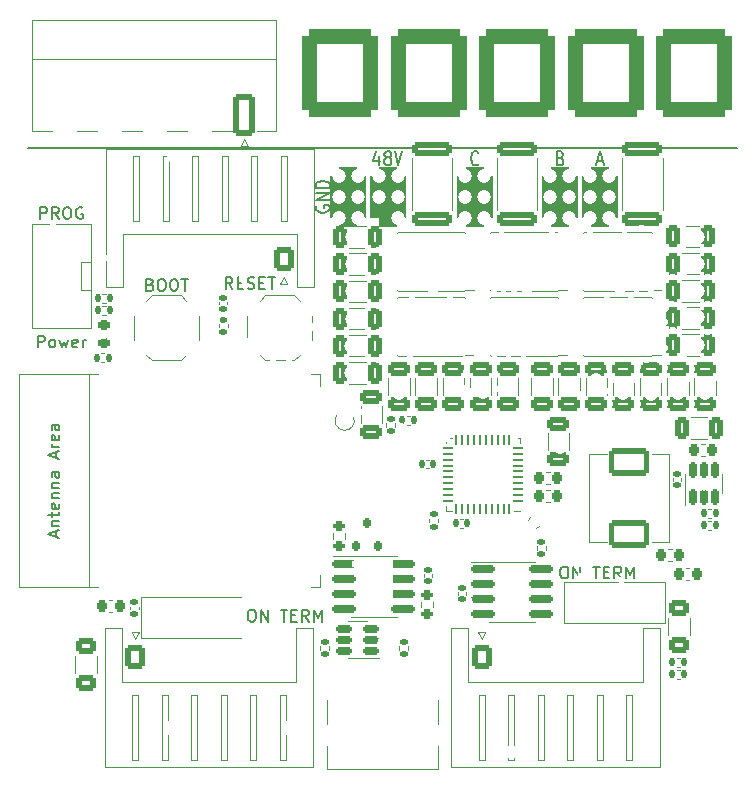
<source format=gbr>
%TF.GenerationSoftware,KiCad,Pcbnew,(6.0.7)*%
%TF.CreationDate,2023-02-02T22:14:04+01:00*%
%TF.ProjectId,bldc,626c6463-2e6b-4696-9361-645f70636258,rev?*%
%TF.SameCoordinates,Original*%
%TF.FileFunction,Legend,Top*%
%TF.FilePolarity,Positive*%
%FSLAX46Y46*%
G04 Gerber Fmt 4.6, Leading zero omitted, Abs format (unit mm)*
G04 Created by KiCad (PCBNEW (6.0.7)) date 2023-02-02 22:14:04*
%MOMM*%
%LPD*%
G01*
G04 APERTURE LIST*
G04 Aperture macros list*
%AMRoundRect*
0 Rectangle with rounded corners*
0 $1 Rounding radius*
0 $2 $3 $4 $5 $6 $7 $8 $9 X,Y pos of 4 corners*
0 Add a 4 corners polygon primitive as box body*
4,1,4,$2,$3,$4,$5,$6,$7,$8,$9,$2,$3,0*
0 Add four circle primitives for the rounded corners*
1,1,$1+$1,$2,$3*
1,1,$1+$1,$4,$5*
1,1,$1+$1,$6,$7*
1,1,$1+$1,$8,$9*
0 Add four rect primitives between the rounded corners*
20,1,$1+$1,$2,$3,$4,$5,0*
20,1,$1+$1,$4,$5,$6,$7,0*
20,1,$1+$1,$6,$7,$8,$9,0*
20,1,$1+$1,$8,$9,$2,$3,0*%
G04 Aperture macros list end*
%ADD10C,0.150000*%
%ADD11C,0.200000*%
%ADD12C,0.120000*%
%ADD13R,0.900000X1.850000*%
%ADD14R,0.650000X1.151000*%
%ADD15R,1.000000X1.350000*%
%ADD16R,0.650000X1.350000*%
%ADD17RoundRect,0.175000X0.175000X-0.275000X0.175000X0.275000X-0.175000X0.275000X-0.175000X-0.275000X0*%
%ADD18RoundRect,0.250000X-0.650000X0.325000X-0.650000X-0.325000X0.650000X-0.325000X0.650000X0.325000X0*%
%ADD19RoundRect,0.250000X1.425000X-0.362500X1.425000X0.362500X-1.425000X0.362500X-1.425000X-0.362500X0*%
%ADD20RoundRect,0.650000X2.600000X3.100000X-2.600000X3.100000X-2.600000X-3.100000X2.600000X-3.100000X0*%
%ADD21RoundRect,0.225000X-0.225000X-0.250000X0.225000X-0.250000X0.225000X0.250000X-0.225000X0.250000X0*%
%ADD22RoundRect,0.250000X0.325000X0.650000X-0.325000X0.650000X-0.325000X-0.650000X0.325000X-0.650000X0*%
%ADD23RoundRect,0.135000X-0.135000X-0.185000X0.135000X-0.185000X0.135000X0.185000X-0.135000X0.185000X0*%
%ADD24RoundRect,0.140000X0.170000X-0.140000X0.170000X0.140000X-0.170000X0.140000X-0.170000X-0.140000X0*%
%ADD25RoundRect,0.250000X0.625000X-0.400000X0.625000X0.400000X-0.625000X0.400000X-0.625000X-0.400000X0*%
%ADD26C,3.200000*%
%ADD27O,1.400000X1.800000*%
%ADD28RoundRect,0.250000X-0.325000X-0.650000X0.325000X-0.650000X0.325000X0.650000X-0.325000X0.650000X0*%
%ADD29RoundRect,0.250000X-0.625000X0.400000X-0.625000X-0.400000X0.625000X-0.400000X0.625000X0.400000X0*%
%ADD30RoundRect,0.200000X-0.275000X0.200000X-0.275000X-0.200000X0.275000X-0.200000X0.275000X0.200000X0*%
%ADD31RoundRect,0.200000X0.275000X-0.200000X0.275000X0.200000X-0.275000X0.200000X-0.275000X-0.200000X0*%
%ADD32R,1.000000X1.000000*%
%ADD33O,1.000000X1.000000*%
%ADD34O,1.000000X2.100000*%
%ADD35O,1.000000X1.600000*%
%ADD36R,0.600000X1.450000*%
%ADD37R,0.300000X1.450000*%
%ADD38C,0.650000*%
%ADD39RoundRect,0.135000X-0.185000X0.135000X-0.185000X-0.135000X0.185000X-0.135000X0.185000X0.135000X0*%
%ADD40RoundRect,0.225000X0.225000X0.250000X-0.225000X0.250000X-0.225000X-0.250000X0.225000X-0.250000X0*%
%ADD41RoundRect,0.235000X-1.465000X0.940000X-1.465000X-0.940000X1.465000X-0.940000X1.465000X0.940000X0*%
%ADD42RoundRect,0.150000X0.150000X-0.512500X0.150000X0.512500X-0.150000X0.512500X-0.150000X-0.512500X0*%
%ADD43RoundRect,0.135000X0.185000X-0.135000X0.185000X0.135000X-0.185000X0.135000X-0.185000X-0.135000X0*%
%ADD44RoundRect,0.140000X0.140000X0.170000X-0.140000X0.170000X-0.140000X-0.170000X0.140000X-0.170000X0*%
%ADD45RoundRect,0.135000X0.135000X0.185000X-0.135000X0.185000X-0.135000X-0.185000X0.135000X-0.185000X0*%
%ADD46RoundRect,0.750000X-0.750000X-1.750000X0.750000X-1.750000X0.750000X1.750000X-0.750000X1.750000X0*%
%ADD47RoundRect,0.250000X0.650000X1.550000X-0.650000X1.550000X-0.650000X-1.550000X0.650000X-1.550000X0*%
%ADD48O,1.800000X3.600000*%
%ADD49C,1.400000*%
%ADD50O,1.400000X1.400000*%
%ADD51RoundRect,0.150000X-0.825000X-0.150000X0.825000X-0.150000X0.825000X0.150000X-0.825000X0.150000X0*%
%ADD52RoundRect,0.140000X-0.170000X0.140000X-0.170000X-0.140000X0.170000X-0.140000X0.170000X0.140000X0*%
%ADD53RoundRect,0.250000X0.600000X0.725000X-0.600000X0.725000X-0.600000X-0.725000X0.600000X-0.725000X0*%
%ADD54O,1.700000X1.950000*%
%ADD55R,0.900000X1.500000*%
%ADD56R,1.500000X0.900000*%
%ADD57R,0.900000X0.900000*%
%ADD58RoundRect,0.225000X-0.017678X0.335876X-0.335876X0.017678X0.017678X-0.335876X0.335876X-0.017678X0*%
%ADD59RoundRect,0.750000X0.750000X1.750000X-0.750000X1.750000X-0.750000X-1.750000X0.750000X-1.750000X0*%
%ADD60RoundRect,0.250000X-0.600000X-0.725000X0.600000X-0.725000X0.600000X0.725000X-0.600000X0.725000X0*%
%ADD61RoundRect,0.150000X0.512500X0.150000X-0.512500X0.150000X-0.512500X-0.150000X0.512500X-0.150000X0*%
%ADD62R,1.700000X1.000000*%
%ADD63RoundRect,0.218750X0.256250X-0.218750X0.256250X0.218750X-0.256250X0.218750X-0.256250X-0.218750X0*%
%ADD64R,4.150000X4.150000*%
%ADD65RoundRect,0.062500X0.062500X0.375000X-0.062500X0.375000X-0.062500X-0.375000X0.062500X-0.375000X0*%
%ADD66RoundRect,0.062500X0.375000X0.062500X-0.375000X0.062500X-0.375000X-0.062500X0.375000X-0.062500X0*%
%ADD67C,1.000000*%
%ADD68C,0.600000*%
%ADD69C,1.200000*%
%ADD70C,0.800000*%
G04 APERTURE END LIST*
D10*
X90000000Y-99900000D02*
X150000000Y-99900000D01*
D11*
X138161904Y-101000000D02*
X138638095Y-101000000D01*
X138066666Y-101342857D02*
X138400000Y-100142857D01*
X138733333Y-101342857D01*
X128109523Y-101228571D02*
X128061904Y-101285714D01*
X127919047Y-101342857D01*
X127823809Y-101342857D01*
X127680952Y-101285714D01*
X127585714Y-101171428D01*
X127538095Y-101057142D01*
X127490476Y-100828571D01*
X127490476Y-100657142D01*
X127538095Y-100428571D01*
X127585714Y-100314285D01*
X127680952Y-100200000D01*
X127823809Y-100142857D01*
X127919047Y-100142857D01*
X128061904Y-100200000D01*
X128109523Y-100257142D01*
X119685714Y-100542857D02*
X119685714Y-101342857D01*
X119447619Y-100085714D02*
X119209523Y-100942857D01*
X119828571Y-100942857D01*
X120352380Y-100657142D02*
X120257142Y-100600000D01*
X120209523Y-100542857D01*
X120161904Y-100428571D01*
X120161904Y-100371428D01*
X120209523Y-100257142D01*
X120257142Y-100200000D01*
X120352380Y-100142857D01*
X120542857Y-100142857D01*
X120638095Y-100200000D01*
X120685714Y-100257142D01*
X120733333Y-100371428D01*
X120733333Y-100428571D01*
X120685714Y-100542857D01*
X120638095Y-100600000D01*
X120542857Y-100657142D01*
X120352380Y-100657142D01*
X120257142Y-100714285D01*
X120209523Y-100771428D01*
X120161904Y-100885714D01*
X120161904Y-101114285D01*
X120209523Y-101228571D01*
X120257142Y-101285714D01*
X120352380Y-101342857D01*
X120542857Y-101342857D01*
X120638095Y-101285714D01*
X120685714Y-101228571D01*
X120733333Y-101114285D01*
X120733333Y-100885714D01*
X120685714Y-100771428D01*
X120638095Y-100714285D01*
X120542857Y-100657142D01*
X121019047Y-100142857D02*
X121352380Y-101342857D01*
X121685714Y-100142857D01*
X135071428Y-100714285D02*
X135214285Y-100771428D01*
X135261904Y-100828571D01*
X135309523Y-100942857D01*
X135309523Y-101114285D01*
X135261904Y-101228571D01*
X135214285Y-101285714D01*
X135119047Y-101342857D01*
X134738095Y-101342857D01*
X134738095Y-100142857D01*
X135071428Y-100142857D01*
X135166666Y-100200000D01*
X135214285Y-100257142D01*
X135261904Y-100371428D01*
X135261904Y-100485714D01*
X135214285Y-100600000D01*
X135166666Y-100657142D01*
X135071428Y-100714285D01*
X134738095Y-100714285D01*
X114400000Y-104761904D02*
X114342857Y-104857142D01*
X114342857Y-105000000D01*
X114400000Y-105142857D01*
X114514285Y-105238095D01*
X114628571Y-105285714D01*
X114857142Y-105333333D01*
X115028571Y-105333333D01*
X115257142Y-105285714D01*
X115371428Y-105238095D01*
X115485714Y-105142857D01*
X115542857Y-105000000D01*
X115542857Y-104904761D01*
X115485714Y-104761904D01*
X115428571Y-104714285D01*
X115028571Y-104714285D01*
X115028571Y-104904761D01*
X115542857Y-104285714D02*
X114342857Y-104285714D01*
X115542857Y-103714285D01*
X114342857Y-103714285D01*
X115542857Y-103238095D02*
X114342857Y-103238095D01*
X114342857Y-103000000D01*
X114400000Y-102857142D01*
X114514285Y-102761904D01*
X114628571Y-102714285D01*
X114857142Y-102666666D01*
X115028571Y-102666666D01*
X115257142Y-102714285D01*
X115371428Y-102761904D01*
X115485714Y-102857142D01*
X115542857Y-103000000D01*
X115542857Y-103238095D01*
D10*
%TO.C,SW1*%
X135295238Y-135302380D02*
X135485714Y-135302380D01*
X135580952Y-135350000D01*
X135676190Y-135445238D01*
X135723809Y-135635714D01*
X135723809Y-135969047D01*
X135676190Y-136159523D01*
X135580952Y-136254761D01*
X135485714Y-136302380D01*
X135295238Y-136302380D01*
X135200000Y-136254761D01*
X135104761Y-136159523D01*
X135057142Y-135969047D01*
X135057142Y-135635714D01*
X135104761Y-135445238D01*
X135200000Y-135350000D01*
X135295238Y-135302380D01*
X136152380Y-136302380D02*
X136152380Y-135302380D01*
X136723809Y-136302380D01*
X136723809Y-135302380D01*
X137819047Y-135302380D02*
X138390476Y-135302380D01*
X138104761Y-136302380D02*
X138104761Y-135302380D01*
X138723809Y-135778571D02*
X139057142Y-135778571D01*
X139200000Y-136302380D02*
X138723809Y-136302380D01*
X138723809Y-135302380D01*
X139200000Y-135302380D01*
X140200000Y-136302380D02*
X139866666Y-135826190D01*
X139628571Y-136302380D02*
X139628571Y-135302380D01*
X140009523Y-135302380D01*
X140104761Y-135350000D01*
X140152380Y-135397619D01*
X140200000Y-135492857D01*
X140200000Y-135635714D01*
X140152380Y-135730952D01*
X140104761Y-135778571D01*
X140009523Y-135826190D01*
X139628571Y-135826190D01*
X140628571Y-136302380D02*
X140628571Y-135302380D01*
X140961904Y-136016666D01*
X141295238Y-135302380D01*
X141295238Y-136302380D01*
%TO.C,J7*%
X91014285Y-105852380D02*
X91014285Y-104852380D01*
X91395238Y-104852380D01*
X91490476Y-104900000D01*
X91538095Y-104947619D01*
X91585714Y-105042857D01*
X91585714Y-105185714D01*
X91538095Y-105280952D01*
X91490476Y-105328571D01*
X91395238Y-105376190D01*
X91014285Y-105376190D01*
X92585714Y-105852380D02*
X92252380Y-105376190D01*
X92014285Y-105852380D02*
X92014285Y-104852380D01*
X92395238Y-104852380D01*
X92490476Y-104900000D01*
X92538095Y-104947619D01*
X92585714Y-105042857D01*
X92585714Y-105185714D01*
X92538095Y-105280952D01*
X92490476Y-105328571D01*
X92395238Y-105376190D01*
X92014285Y-105376190D01*
X93204761Y-104852380D02*
X93395238Y-104852380D01*
X93490476Y-104900000D01*
X93585714Y-104995238D01*
X93633333Y-105185714D01*
X93633333Y-105519047D01*
X93585714Y-105709523D01*
X93490476Y-105804761D01*
X93395238Y-105852380D01*
X93204761Y-105852380D01*
X93109523Y-105804761D01*
X93014285Y-105709523D01*
X92966666Y-105519047D01*
X92966666Y-105185714D01*
X93014285Y-104995238D01*
X93109523Y-104900000D01*
X93204761Y-104852380D01*
X94585714Y-104900000D02*
X94490476Y-104852380D01*
X94347619Y-104852380D01*
X94204761Y-104900000D01*
X94109523Y-104995238D01*
X94061904Y-105090476D01*
X94014285Y-105280952D01*
X94014285Y-105423809D01*
X94061904Y-105614285D01*
X94109523Y-105709523D01*
X94204761Y-105804761D01*
X94347619Y-105852380D01*
X94442857Y-105852380D01*
X94585714Y-105804761D01*
X94633333Y-105757142D01*
X94633333Y-105423809D01*
X94442857Y-105423809D01*
%TO.C,SW3*%
X108845238Y-138952380D02*
X109035714Y-138952380D01*
X109130952Y-139000000D01*
X109226190Y-139095238D01*
X109273809Y-139285714D01*
X109273809Y-139619047D01*
X109226190Y-139809523D01*
X109130952Y-139904761D01*
X109035714Y-139952380D01*
X108845238Y-139952380D01*
X108750000Y-139904761D01*
X108654761Y-139809523D01*
X108607142Y-139619047D01*
X108607142Y-139285714D01*
X108654761Y-139095238D01*
X108750000Y-139000000D01*
X108845238Y-138952380D01*
X109702380Y-139952380D02*
X109702380Y-138952380D01*
X110273809Y-139952380D01*
X110273809Y-138952380D01*
X111369047Y-138952380D02*
X111940476Y-138952380D01*
X111654761Y-139952380D02*
X111654761Y-138952380D01*
X112273809Y-139428571D02*
X112607142Y-139428571D01*
X112750000Y-139952380D02*
X112273809Y-139952380D01*
X112273809Y-138952380D01*
X112750000Y-138952380D01*
X113750000Y-139952380D02*
X113416666Y-139476190D01*
X113178571Y-139952380D02*
X113178571Y-138952380D01*
X113559523Y-138952380D01*
X113654761Y-139000000D01*
X113702380Y-139047619D01*
X113750000Y-139142857D01*
X113750000Y-139285714D01*
X113702380Y-139380952D01*
X113654761Y-139428571D01*
X113559523Y-139476190D01*
X113178571Y-139476190D01*
X114178571Y-139952380D02*
X114178571Y-138952380D01*
X114511904Y-139666666D01*
X114845238Y-138952380D01*
X114845238Y-139952380D01*
%TO.C,U2*%
X92366666Y-132761904D02*
X92366666Y-132285714D01*
X92652380Y-132857142D02*
X91652380Y-132523809D01*
X92652380Y-132190476D01*
X91985714Y-131857142D02*
X92652380Y-131857142D01*
X92080952Y-131857142D02*
X92033333Y-131809523D01*
X91985714Y-131714285D01*
X91985714Y-131571428D01*
X92033333Y-131476190D01*
X92128571Y-131428571D01*
X92652380Y-131428571D01*
X91985714Y-131095238D02*
X91985714Y-130714285D01*
X91652380Y-130952380D02*
X92509523Y-130952380D01*
X92604761Y-130904761D01*
X92652380Y-130809523D01*
X92652380Y-130714285D01*
X92604761Y-130000000D02*
X92652380Y-130095238D01*
X92652380Y-130285714D01*
X92604761Y-130380952D01*
X92509523Y-130428571D01*
X92128571Y-130428571D01*
X92033333Y-130380952D01*
X91985714Y-130285714D01*
X91985714Y-130095238D01*
X92033333Y-130000000D01*
X92128571Y-129952380D01*
X92223809Y-129952380D01*
X92319047Y-130428571D01*
X91985714Y-129523809D02*
X92652380Y-129523809D01*
X92080952Y-129523809D02*
X92033333Y-129476190D01*
X91985714Y-129380952D01*
X91985714Y-129238095D01*
X92033333Y-129142857D01*
X92128571Y-129095238D01*
X92652380Y-129095238D01*
X91985714Y-128619047D02*
X92652380Y-128619047D01*
X92080952Y-128619047D02*
X92033333Y-128571428D01*
X91985714Y-128476190D01*
X91985714Y-128333333D01*
X92033333Y-128238095D01*
X92128571Y-128190476D01*
X92652380Y-128190476D01*
X92652380Y-127285714D02*
X92128571Y-127285714D01*
X92033333Y-127333333D01*
X91985714Y-127428571D01*
X91985714Y-127619047D01*
X92033333Y-127714285D01*
X92604761Y-127285714D02*
X92652380Y-127380952D01*
X92652380Y-127619047D01*
X92604761Y-127714285D01*
X92509523Y-127761904D01*
X92414285Y-127761904D01*
X92319047Y-127714285D01*
X92271428Y-127619047D01*
X92271428Y-127380952D01*
X92223809Y-127285714D01*
X92366666Y-126095238D02*
X92366666Y-125619047D01*
X92652380Y-126190476D02*
X91652380Y-125857142D01*
X92652380Y-125523809D01*
X92652380Y-125190476D02*
X91985714Y-125190476D01*
X92176190Y-125190476D02*
X92080952Y-125142857D01*
X92033333Y-125095238D01*
X91985714Y-125000000D01*
X91985714Y-124904761D01*
X92604761Y-124190476D02*
X92652380Y-124285714D01*
X92652380Y-124476190D01*
X92604761Y-124571428D01*
X92509523Y-124619047D01*
X92128571Y-124619047D01*
X92033333Y-124571428D01*
X91985714Y-124476190D01*
X91985714Y-124285714D01*
X92033333Y-124190476D01*
X92128571Y-124142857D01*
X92223809Y-124142857D01*
X92319047Y-124619047D01*
X92652380Y-123285714D02*
X92128571Y-123285714D01*
X92033333Y-123333333D01*
X91985714Y-123428571D01*
X91985714Y-123619047D01*
X92033333Y-123714285D01*
X92604761Y-123285714D02*
X92652380Y-123380952D01*
X92652380Y-123619047D01*
X92604761Y-123714285D01*
X92509523Y-123761904D01*
X92414285Y-123761904D01*
X92319047Y-123714285D01*
X92271428Y-123619047D01*
X92271428Y-123380952D01*
X92223809Y-123285714D01*
%TO.C,SW2*%
X107297619Y-111802380D02*
X106964285Y-111326190D01*
X106726190Y-111802380D02*
X106726190Y-110802380D01*
X107107142Y-110802380D01*
X107202380Y-110850000D01*
X107250000Y-110897619D01*
X107297619Y-110992857D01*
X107297619Y-111135714D01*
X107250000Y-111230952D01*
X107202380Y-111278571D01*
X107107142Y-111326190D01*
X106726190Y-111326190D01*
X107726190Y-111278571D02*
X108059523Y-111278571D01*
X108202380Y-111802380D02*
X107726190Y-111802380D01*
X107726190Y-110802380D01*
X108202380Y-110802380D01*
X108583333Y-111754761D02*
X108726190Y-111802380D01*
X108964285Y-111802380D01*
X109059523Y-111754761D01*
X109107142Y-111707142D01*
X109154761Y-111611904D01*
X109154761Y-111516666D01*
X109107142Y-111421428D01*
X109059523Y-111373809D01*
X108964285Y-111326190D01*
X108773809Y-111278571D01*
X108678571Y-111230952D01*
X108630952Y-111183333D01*
X108583333Y-111088095D01*
X108583333Y-110992857D01*
X108630952Y-110897619D01*
X108678571Y-110850000D01*
X108773809Y-110802380D01*
X109011904Y-110802380D01*
X109154761Y-110850000D01*
X109583333Y-111278571D02*
X109916666Y-111278571D01*
X110059523Y-111802380D02*
X109583333Y-111802380D01*
X109583333Y-110802380D01*
X110059523Y-110802380D01*
X110345238Y-110802380D02*
X110916666Y-110802380D01*
X110630952Y-111802380D02*
X110630952Y-110802380D01*
%TO.C,SW4*%
X100342857Y-111428571D02*
X100485714Y-111476190D01*
X100533333Y-111523809D01*
X100580952Y-111619047D01*
X100580952Y-111761904D01*
X100533333Y-111857142D01*
X100485714Y-111904761D01*
X100390476Y-111952380D01*
X100009523Y-111952380D01*
X100009523Y-110952380D01*
X100342857Y-110952380D01*
X100438095Y-111000000D01*
X100485714Y-111047619D01*
X100533333Y-111142857D01*
X100533333Y-111238095D01*
X100485714Y-111333333D01*
X100438095Y-111380952D01*
X100342857Y-111428571D01*
X100009523Y-111428571D01*
X101200000Y-110952380D02*
X101390476Y-110952380D01*
X101485714Y-111000000D01*
X101580952Y-111095238D01*
X101628571Y-111285714D01*
X101628571Y-111619047D01*
X101580952Y-111809523D01*
X101485714Y-111904761D01*
X101390476Y-111952380D01*
X101200000Y-111952380D01*
X101104761Y-111904761D01*
X101009523Y-111809523D01*
X100961904Y-111619047D01*
X100961904Y-111285714D01*
X101009523Y-111095238D01*
X101104761Y-111000000D01*
X101200000Y-110952380D01*
X102247619Y-110952380D02*
X102438095Y-110952380D01*
X102533333Y-111000000D01*
X102628571Y-111095238D01*
X102676190Y-111285714D01*
X102676190Y-111619047D01*
X102628571Y-111809523D01*
X102533333Y-111904761D01*
X102438095Y-111952380D01*
X102247619Y-111952380D01*
X102152380Y-111904761D01*
X102057142Y-111809523D01*
X102009523Y-111619047D01*
X102009523Y-111285714D01*
X102057142Y-111095238D01*
X102152380Y-111000000D01*
X102247619Y-110952380D01*
X102961904Y-110952380D02*
X103533333Y-110952380D01*
X103247619Y-111952380D02*
X103247619Y-110952380D01*
%TO.C,D7*%
X90823809Y-116752380D02*
X90823809Y-115752380D01*
X91204761Y-115752380D01*
X91300000Y-115800000D01*
X91347619Y-115847619D01*
X91395238Y-115942857D01*
X91395238Y-116085714D01*
X91347619Y-116180952D01*
X91300000Y-116228571D01*
X91204761Y-116276190D01*
X90823809Y-116276190D01*
X91966666Y-116752380D02*
X91871428Y-116704761D01*
X91823809Y-116657142D01*
X91776190Y-116561904D01*
X91776190Y-116276190D01*
X91823809Y-116180952D01*
X91871428Y-116133333D01*
X91966666Y-116085714D01*
X92109523Y-116085714D01*
X92204761Y-116133333D01*
X92252380Y-116180952D01*
X92300000Y-116276190D01*
X92300000Y-116561904D01*
X92252380Y-116657142D01*
X92204761Y-116704761D01*
X92109523Y-116752380D01*
X91966666Y-116752380D01*
X92633333Y-116085714D02*
X92823809Y-116752380D01*
X93014285Y-116276190D01*
X93204761Y-116752380D01*
X93395238Y-116085714D01*
X94157142Y-116704761D02*
X94061904Y-116752380D01*
X93871428Y-116752380D01*
X93776190Y-116704761D01*
X93728571Y-116609523D01*
X93728571Y-116228571D01*
X93776190Y-116133333D01*
X93871428Y-116085714D01*
X94061904Y-116085714D01*
X94157142Y-116133333D01*
X94204761Y-116228571D01*
X94204761Y-116323809D01*
X93728571Y-116419047D01*
X94633333Y-116752380D02*
X94633333Y-116085714D01*
X94633333Y-116276190D02*
X94680952Y-116180952D01*
X94728571Y-116133333D01*
X94823809Y-116085714D01*
X94919047Y-116085714D01*
D12*
%TO.C,Q3*%
X135650000Y-117350000D02*
X134900000Y-117350000D01*
X129100000Y-112550000D02*
X129200000Y-112450000D01*
X129200000Y-112450000D02*
X134800000Y-112450000D01*
X134800000Y-117450000D02*
X129200000Y-117450000D01*
X129200000Y-117450000D02*
X129100000Y-117350000D01*
X134800000Y-112450000D02*
X134900000Y-112550000D01*
X134900000Y-117350000D02*
X134800000Y-117450000D01*
%TO.C,Q6*%
X126900000Y-106950000D02*
X127000000Y-107050000D01*
X121300000Y-111950000D02*
X121200000Y-111850000D01*
X126900000Y-111950000D02*
X121300000Y-111950000D01*
X127750000Y-111850000D02*
X127000000Y-111850000D01*
X121200000Y-107050000D02*
X121300000Y-106950000D01*
X127000000Y-111850000D02*
X126900000Y-111950000D01*
X121300000Y-106950000D02*
X126900000Y-106950000D01*
%TO.C,Q2*%
X137100000Y-106950000D02*
X142700000Y-106950000D01*
X137100000Y-111950000D02*
X137000000Y-111850000D01*
X142700000Y-106950000D02*
X142800000Y-107050000D01*
X143550000Y-111850000D02*
X142800000Y-111850000D01*
X142700000Y-111950000D02*
X137100000Y-111950000D01*
X142800000Y-111850000D02*
X142700000Y-111950000D01*
X137000000Y-107050000D02*
X137100000Y-106950000D01*
%TO.C,Q5*%
X126900000Y-112450000D02*
X127000000Y-112550000D01*
X121300000Y-117450000D02*
X121200000Y-117350000D01*
X127750000Y-117350000D02*
X127000000Y-117350000D01*
X126900000Y-117450000D02*
X121300000Y-117450000D01*
X127000000Y-117350000D02*
X126900000Y-117450000D01*
X121200000Y-112550000D02*
X121300000Y-112450000D01*
X121300000Y-112450000D02*
X126900000Y-112450000D01*
%TO.C,Q4*%
X134900000Y-111850000D02*
X134800000Y-111950000D01*
X129200000Y-111950000D02*
X129100000Y-111850000D01*
X134800000Y-106950000D02*
X134900000Y-107050000D01*
X129100000Y-107050000D02*
X129200000Y-106950000D01*
X129200000Y-106950000D02*
X134800000Y-106950000D01*
X135650000Y-111850000D02*
X134900000Y-111850000D01*
X134800000Y-111950000D02*
X129200000Y-111950000D01*
%TO.C,Q1*%
X142800000Y-117350000D02*
X142700000Y-117450000D01*
X143550000Y-117350000D02*
X142800000Y-117350000D01*
X142700000Y-117450000D02*
X137100000Y-117450000D01*
X142700000Y-112450000D02*
X142800000Y-112550000D01*
X137100000Y-112450000D02*
X142700000Y-112450000D01*
X137100000Y-117450000D02*
X137000000Y-117350000D01*
X137000000Y-112550000D02*
X137100000Y-112450000D01*
%TO.C,C16*%
X118140000Y-121688748D02*
X118140000Y-123111252D01*
X119960000Y-121688748D02*
X119960000Y-123111252D01*
%TO.C,R2*%
X133110000Y-105077064D02*
X133110000Y-100722936D01*
X129690000Y-105077064D02*
X129690000Y-100722936D01*
%TO.C,C15*%
X120490000Y-119338748D02*
X120490000Y-120761252D01*
X122310000Y-119338748D02*
X122310000Y-120761252D01*
%TO.C,C21*%
X133859420Y-127290000D02*
X134140580Y-127290000D01*
X133859420Y-128310000D02*
X134140580Y-128310000D01*
%TO.C,C3*%
X118611252Y-117510000D02*
X117188748Y-117510000D01*
X118611252Y-115690000D02*
X117188748Y-115690000D01*
%TO.C,R6*%
X147546359Y-131420000D02*
X147853641Y-131420000D01*
X147546359Y-132180000D02*
X147853641Y-132180000D01*
%TO.C,C35*%
X124210000Y-136157836D02*
X124210000Y-135942164D01*
X123490000Y-136157836D02*
X123490000Y-135942164D01*
%TO.C,C37*%
X145709420Y-136410000D02*
X145990580Y-136410000D01*
X145709420Y-135390000D02*
X145990580Y-135390000D01*
%TO.C,R27*%
X93990000Y-144327064D02*
X93990000Y-142872936D01*
X95810000Y-144327064D02*
X95810000Y-142872936D01*
%TO.C,C17*%
X118611252Y-113390000D02*
X117188748Y-113390000D01*
X118611252Y-115210000D02*
X117188748Y-115210000D01*
%TO.C,R3*%
X125910000Y-105077064D02*
X125910000Y-100722936D01*
X122490000Y-105077064D02*
X122490000Y-100722936D01*
%TO.C,SW1*%
X143900000Y-140100000D02*
X135400000Y-140100000D01*
X135400000Y-140100000D02*
X135400000Y-138350000D01*
X135400000Y-136600000D02*
X143900000Y-136600000D01*
X143900000Y-136600000D02*
X143900000Y-140100000D01*
X135400000Y-138350000D02*
X135400000Y-136600000D01*
%TO.C,C31*%
X145388748Y-106440000D02*
X146811252Y-106440000D01*
X145388748Y-108260000D02*
X146811252Y-108260000D01*
%TO.C,R10*%
X144190000Y-139672936D02*
X144190000Y-141127064D01*
X146010000Y-139672936D02*
X146010000Y-141127064D01*
%TO.C,R26*%
X124272500Y-138262742D02*
X124272500Y-138737258D01*
X123227500Y-138262742D02*
X123227500Y-138737258D01*
%TO.C,R25*%
X115777500Y-132937258D02*
X115777500Y-132462742D01*
X116822500Y-132937258D02*
X116822500Y-132462742D01*
%TO.C,J7*%
X90300000Y-110700000D02*
X90300000Y-115100000D01*
X94500000Y-111900000D02*
X94500000Y-109500000D01*
X94500000Y-109500000D02*
X95300000Y-109500000D01*
X90300000Y-115100000D02*
X95300000Y-115100000D01*
X95300000Y-106300000D02*
X90300000Y-106300000D01*
X90300000Y-106300000D02*
X90300000Y-110700000D01*
X95300000Y-111900000D02*
X94500000Y-111900000D01*
X95300000Y-115100000D02*
X95300000Y-106300000D01*
%TO.C,J8*%
X124700000Y-146600000D02*
X124700000Y-148600000D01*
X124700000Y-150500000D02*
X124700000Y-152400000D01*
X115300000Y-152400000D02*
X124700000Y-152400000D01*
X115300000Y-146600000D02*
X115300000Y-148600000D01*
X115300000Y-150500000D02*
X115300000Y-152400000D01*
%TO.C,R18*%
X124730000Y-131246359D02*
X124730000Y-131553641D01*
X123970000Y-131246359D02*
X123970000Y-131553641D01*
%TO.C,C32*%
X145388748Y-110560000D02*
X146811252Y-110560000D01*
X145388748Y-108740000D02*
X146811252Y-108740000D01*
%TO.C,C40*%
X97140580Y-139110000D02*
X96859420Y-139110000D01*
X97140580Y-138090000D02*
X96859420Y-138090000D01*
%TO.C,L1*%
X137500000Y-125812500D02*
X139000000Y-125812500D01*
X144300000Y-133212500D02*
X144300000Y-125812500D01*
X137500000Y-125812500D02*
X137500000Y-133212500D01*
X144300000Y-133212500D02*
X142800000Y-133212500D01*
X137500000Y-133212500D02*
X139000000Y-133212500D01*
X144300000Y-125812500D02*
X142800000Y-125812500D01*
%TO.C,U3*%
X145640000Y-128262500D02*
X145640000Y-130062500D01*
X145640000Y-128262500D02*
X145640000Y-127462500D01*
X148760000Y-128262500D02*
X148760000Y-129062500D01*
X148760000Y-128262500D02*
X148760000Y-127462500D01*
%TO.C,C8*%
X122790000Y-119338748D02*
X122790000Y-120761252D01*
X124610000Y-119338748D02*
X124610000Y-120761252D01*
%TO.C,C6*%
X118611252Y-119810000D02*
X117188748Y-119810000D01*
X118611252Y-117990000D02*
X117188748Y-117990000D01*
%TO.C,R5*%
X122180000Y-142353641D02*
X122180000Y-142046359D01*
X121420000Y-142353641D02*
X121420000Y-142046359D01*
%TO.C,C25*%
X126807836Y-132010000D02*
X126592164Y-132010000D01*
X126807836Y-131290000D02*
X126592164Y-131290000D01*
%TO.C,C7*%
X134890000Y-119338748D02*
X134890000Y-120761252D01*
X136710000Y-119338748D02*
X136710000Y-120761252D01*
%TO.C,R12*%
X96553641Y-112980000D02*
X96246359Y-112980000D01*
X96553641Y-112220000D02*
X96246359Y-112220000D01*
%TO.C,J16*%
X108000000Y-99700000D02*
X108300000Y-99100000D01*
X111010000Y-98410000D02*
X111010000Y-88990000D01*
X95820000Y-98410000D02*
X94110000Y-98410000D01*
X108600000Y-99700000D02*
X108000000Y-99700000D01*
X111010000Y-88990000D02*
X90350000Y-88990000D01*
X108300000Y-99100000D02*
X108600000Y-99700000D01*
X107250000Y-98410000D02*
X105540000Y-98410000D01*
X90350000Y-98410000D02*
X92010000Y-98410000D01*
X103440000Y-98410000D02*
X101730000Y-98410000D01*
X111010000Y-92300000D02*
X90350000Y-92300000D01*
X90350000Y-88990000D02*
X90350000Y-98410000D01*
X111010000Y-98410000D02*
X109350000Y-98410000D01*
X99630000Y-98410000D02*
X97920000Y-98410000D01*
%TO.C,TH1*%
X116100000Y-122537867D02*
G75*
G03*
X117549359Y-122634905I700000J-417133D01*
G01*
%TO.C,R4*%
X114720000Y-142353641D02*
X114720000Y-142046359D01*
X115480000Y-142353641D02*
X115480000Y-142046359D01*
%TO.C,U6*%
X130950000Y-134890000D02*
X132900000Y-134890000D01*
X130950000Y-140010000D02*
X129000000Y-140010000D01*
X130950000Y-134890000D02*
X127500000Y-134890000D01*
X130950000Y-140010000D02*
X132900000Y-140010000D01*
%TO.C,C42*%
X98640000Y-138907836D02*
X98640000Y-138692164D01*
X99360000Y-138907836D02*
X99360000Y-138692164D01*
%TO.C,C26*%
X147290580Y-125960000D02*
X147009420Y-125960000D01*
X147290580Y-124940000D02*
X147009420Y-124940000D01*
%TO.C,SW3*%
X99550000Y-137850000D02*
X108050000Y-137850000D01*
X99550000Y-141350000D02*
X99550000Y-137850000D01*
X108050000Y-141350000D02*
X99550000Y-141350000D01*
%TO.C,C27*%
X145310000Y-127842164D02*
X145310000Y-128057836D01*
X144590000Y-127842164D02*
X144590000Y-128057836D01*
%TO.C,C4*%
X134410000Y-119338748D02*
X134410000Y-120761252D01*
X132590000Y-119338748D02*
X132590000Y-120761252D01*
%TO.C,J6*%
X103900000Y-100550000D02*
X103900000Y-106050000D01*
X108900000Y-106050000D02*
X109400000Y-106050000D01*
X101400000Y-106050000D02*
X101900000Y-106050000D01*
X99400000Y-100550000D02*
X98900000Y-100550000D01*
X98010000Y-107160000D02*
X105400000Y-107160000D01*
X98010000Y-111660000D02*
X98010000Y-107160000D01*
X112790000Y-107160000D02*
X105400000Y-107160000D01*
X106900000Y-106050000D02*
X106900000Y-100550000D01*
X101900000Y-100550000D02*
X101400000Y-100550000D01*
X106400000Y-106050000D02*
X106900000Y-106050000D01*
X105400000Y-99940000D02*
X96590000Y-99940000D01*
X109400000Y-100550000D02*
X108900000Y-100550000D01*
X109400000Y-106050000D02*
X109400000Y-100550000D01*
X114210000Y-99940000D02*
X114210000Y-111660000D01*
X111900000Y-100550000D02*
X111400000Y-100550000D01*
X96590000Y-111660000D02*
X98010000Y-111660000D01*
X96590000Y-99940000D02*
X96590000Y-111660000D01*
X111900000Y-106050000D02*
X111900000Y-100550000D01*
X111400000Y-100550000D02*
X111400000Y-106050000D01*
X112790000Y-111660000D02*
X112790000Y-107160000D01*
X101900000Y-106050000D02*
X101900000Y-100550000D01*
X108900000Y-100550000D02*
X108900000Y-106050000D01*
X104400000Y-106050000D02*
X104400000Y-100550000D01*
X111950000Y-111350000D02*
X111350000Y-111350000D01*
X103900000Y-106050000D02*
X104400000Y-106050000D01*
X106400000Y-100550000D02*
X106400000Y-106050000D01*
X98900000Y-106050000D02*
X99400000Y-106050000D01*
X105400000Y-99940000D02*
X114210000Y-99940000D01*
X106900000Y-100550000D02*
X106400000Y-100550000D01*
X98900000Y-100550000D02*
X98900000Y-106050000D01*
X101400000Y-100550000D02*
X101400000Y-106050000D01*
X111400000Y-106050000D02*
X111900000Y-106050000D01*
X111350000Y-111350000D02*
X111650000Y-110750000D01*
X114210000Y-111660000D02*
X112790000Y-111660000D01*
X99400000Y-106050000D02*
X99400000Y-100550000D01*
X104400000Y-100550000D02*
X103900000Y-100550000D01*
X111650000Y-110750000D02*
X111950000Y-111350000D01*
%TO.C,U2*%
X113950000Y-119000000D02*
X114700000Y-119000000D01*
X114700000Y-137000000D02*
X114700000Y-136000000D01*
X89200000Y-137000000D02*
X95950000Y-137000000D01*
X89200000Y-119000000D02*
X95950000Y-119000000D01*
X114700000Y-119000000D02*
X114700000Y-120000000D01*
X95140000Y-119000000D02*
X95140000Y-137000000D01*
X113950000Y-137000000D02*
X114700000Y-137000000D01*
X89200000Y-137000000D02*
X89200000Y-119000000D01*
%TO.C,C24*%
X132488781Y-131139970D02*
X132289970Y-131338781D01*
X133210030Y-131861219D02*
X133011219Y-132060030D01*
%TO.C,R15*%
X145203641Y-143020000D02*
X144896359Y-143020000D01*
X145203641Y-143780000D02*
X144896359Y-143780000D01*
%TO.C,R29*%
X122046359Y-122520000D02*
X122353641Y-122520000D01*
X122046359Y-123280000D02*
X122353641Y-123280000D01*
%TO.C,C29*%
X145388748Y-112860000D02*
X146811252Y-112860000D01*
X145388748Y-111040000D02*
X146811252Y-111040000D01*
%TO.C,C18*%
X145388748Y-113340000D02*
X146811252Y-113340000D01*
X145388748Y-115160000D02*
X146811252Y-115160000D01*
%TO.C,C41*%
X106860000Y-113107836D02*
X106860000Y-112892164D01*
X106140000Y-113107836D02*
X106140000Y-112892164D01*
%TO.C,R11*%
X106880000Y-115053641D02*
X106880000Y-114746359D01*
X106120000Y-115053641D02*
X106120000Y-114746359D01*
%TO.C,C13*%
X141310000Y-119338748D02*
X141310000Y-120761252D01*
X139490000Y-119338748D02*
X139490000Y-120761252D01*
%TO.C,C14*%
X118611252Y-111090000D02*
X117188748Y-111090000D01*
X118611252Y-112910000D02*
X117188748Y-112910000D01*
%TO.C,J10*%
X101300000Y-146150000D02*
X101300000Y-151650000D01*
X104300000Y-146150000D02*
X103800000Y-146150000D01*
X103800000Y-146150000D02*
X103800000Y-151650000D01*
X106300000Y-146150000D02*
X106300000Y-151650000D01*
X112690000Y-140540000D02*
X112690000Y-145040000D01*
X99300000Y-151650000D02*
X99300000Y-146150000D01*
X106300000Y-151650000D02*
X106800000Y-151650000D01*
X105300000Y-152260000D02*
X114110000Y-152260000D01*
X111300000Y-146150000D02*
X111300000Y-151650000D01*
X106800000Y-146150000D02*
X106300000Y-146150000D01*
X97910000Y-140540000D02*
X97910000Y-145040000D01*
X99300000Y-146150000D02*
X98800000Y-146150000D01*
X98750000Y-140850000D02*
X99350000Y-140850000D01*
X101800000Y-151650000D02*
X101800000Y-146150000D01*
X108800000Y-146150000D02*
X108800000Y-151650000D01*
X106800000Y-151650000D02*
X106800000Y-146150000D01*
X109300000Y-151650000D02*
X109300000Y-146150000D01*
X114110000Y-152260000D02*
X114110000Y-140540000D01*
X109300000Y-146150000D02*
X108800000Y-146150000D01*
X111800000Y-151650000D02*
X111800000Y-146150000D01*
X101800000Y-146150000D02*
X101300000Y-146150000D01*
X111800000Y-146150000D02*
X111300000Y-146150000D01*
X103800000Y-151650000D02*
X104300000Y-151650000D01*
X98800000Y-151650000D02*
X99300000Y-151650000D01*
X112690000Y-145040000D02*
X105300000Y-145040000D01*
X111300000Y-151650000D02*
X111800000Y-151650000D01*
X104300000Y-151650000D02*
X104300000Y-146150000D01*
X96490000Y-140540000D02*
X97910000Y-140540000D01*
X99050000Y-141450000D02*
X98750000Y-140850000D01*
X96490000Y-152260000D02*
X96490000Y-140540000D01*
X99350000Y-140850000D02*
X99050000Y-141450000D01*
X108800000Y-151650000D02*
X109300000Y-151650000D01*
X97910000Y-145040000D02*
X105300000Y-145040000D01*
X114110000Y-140540000D02*
X112690000Y-140540000D01*
X98800000Y-146150000D02*
X98800000Y-151650000D01*
X101300000Y-151650000D02*
X101800000Y-151650000D01*
X105300000Y-152260000D02*
X96490000Y-152260000D01*
%TO.C,C36*%
X144209420Y-133840000D02*
X144490580Y-133840000D01*
X144209420Y-134860000D02*
X144490580Y-134860000D01*
%TO.C,R14*%
X145203641Y-144780000D02*
X144896359Y-144780000D01*
X145203641Y-144020000D02*
X144896359Y-144020000D01*
%TO.C,C5*%
X129210000Y-119338748D02*
X129210000Y-120761252D01*
X127390000Y-119338748D02*
X127390000Y-120761252D01*
%TO.C,R30*%
X96156359Y-117980000D02*
X96463641Y-117980000D01*
X96156359Y-117220000D02*
X96463641Y-117220000D01*
%TO.C,R7*%
X147853641Y-131180000D02*
X147546359Y-131180000D01*
X147853641Y-130420000D02*
X147546359Y-130420000D01*
%TO.C,C33*%
X127110000Y-137707836D02*
X127110000Y-137492164D01*
X126390000Y-137707836D02*
X126390000Y-137492164D01*
%TO.C,U7*%
X119250000Y-134440000D02*
X121200000Y-134440000D01*
X119250000Y-139560000D02*
X117300000Y-139560000D01*
X119250000Y-134440000D02*
X115800000Y-134440000D01*
X119250000Y-139560000D02*
X121200000Y-139560000D01*
%TO.C,C2*%
X144090000Y-119338748D02*
X144090000Y-120761252D01*
X145910000Y-119338748D02*
X145910000Y-120761252D01*
%TO.C,C23*%
X134140580Y-129810000D02*
X133859420Y-129810000D01*
X134140580Y-128790000D02*
X133859420Y-128790000D01*
%TO.C,C12*%
X143610000Y-119338748D02*
X143610000Y-120761252D01*
X141790000Y-119338748D02*
X141790000Y-120761252D01*
%TO.C,C28*%
X146390000Y-119338748D02*
X146390000Y-120761252D01*
X148210000Y-119338748D02*
X148210000Y-120761252D01*
%TO.C,C19*%
X126910000Y-119338748D02*
X126910000Y-120761252D01*
X125090000Y-119338748D02*
X125090000Y-120761252D01*
%TO.C,U5*%
X117900000Y-139940000D02*
X117100000Y-139940000D01*
X117900000Y-143060000D02*
X119700000Y-143060000D01*
X117900000Y-139940000D02*
X118700000Y-139940000D01*
X117900000Y-143060000D02*
X117100000Y-143060000D01*
%TO.C,SW2*%
X109600000Y-112800000D02*
X110050000Y-112350000D01*
X114050000Y-116100000D02*
X114050000Y-114100000D01*
X112550000Y-117850000D02*
X110050000Y-117850000D01*
X108550000Y-116100000D02*
X108550000Y-114100000D01*
X109600000Y-117400000D02*
X110050000Y-117850000D01*
X112550000Y-112350000D02*
X110050000Y-112350000D01*
X113000000Y-117400000D02*
X112550000Y-117850000D01*
X113000000Y-112800000D02*
X112550000Y-112350000D01*
%TO.C,C11*%
X145388748Y-117460000D02*
X146811252Y-117460000D01*
X145388748Y-115640000D02*
X146811252Y-115640000D01*
%TO.C,SW4*%
X104450000Y-114100000D02*
X104450000Y-116100000D01*
X100450000Y-117850000D02*
X102950000Y-117850000D01*
X100000000Y-117400000D02*
X100450000Y-117850000D01*
X98950000Y-114100000D02*
X98950000Y-116100000D01*
X103400000Y-112800000D02*
X102950000Y-112350000D01*
X103400000Y-117400000D02*
X102950000Y-117850000D01*
X100450000Y-112350000D02*
X102950000Y-112350000D01*
X100000000Y-112800000D02*
X100450000Y-112350000D01*
%TO.C,C1*%
X131510000Y-119338748D02*
X131510000Y-120761252D01*
X129690000Y-119338748D02*
X129690000Y-120761252D01*
%TO.C,R28*%
X121080000Y-123146359D02*
X121080000Y-123453641D01*
X120320000Y-123146359D02*
X120320000Y-123453641D01*
%TO.C,C9*%
X118611252Y-108790000D02*
X117188748Y-108790000D01*
X118611252Y-110610000D02*
X117188748Y-110610000D01*
%TO.C,U1*%
X125865000Y-130610000D02*
X125390000Y-130610000D01*
X125390000Y-130610000D02*
X125390000Y-130135000D01*
X131135000Y-124390000D02*
X131610000Y-124390000D01*
X131135000Y-130610000D02*
X131610000Y-130610000D01*
X125390000Y-124390000D02*
X125390000Y-124865000D01*
X125865000Y-124390000D02*
X125390000Y-124390000D01*
X131610000Y-124390000D02*
X131610000Y-124865000D01*
%TO.C,R9*%
X133070000Y-133903641D02*
X133070000Y-133596359D01*
X133830000Y-133903641D02*
X133830000Y-133596359D01*
%TO.C,C20*%
X133990000Y-123988748D02*
X133990000Y-125411252D01*
X135810000Y-123988748D02*
X135810000Y-125411252D01*
%TO.C,C22*%
X123907836Y-126960000D02*
X123692164Y-126960000D01*
X123907836Y-126240000D02*
X123692164Y-126240000D01*
%TO.C,J9*%
X136150000Y-151650000D02*
X136150000Y-146150000D01*
X140650000Y-146150000D02*
X140650000Y-151650000D01*
X138650000Y-146150000D02*
X138150000Y-146150000D01*
X138150000Y-151650000D02*
X138650000Y-151650000D01*
X135650000Y-151650000D02*
X136150000Y-151650000D01*
X141150000Y-151650000D02*
X141150000Y-146150000D01*
X143460000Y-140540000D02*
X142040000Y-140540000D01*
X142040000Y-145040000D02*
X134650000Y-145040000D01*
X125840000Y-152260000D02*
X125840000Y-140540000D01*
X138150000Y-146150000D02*
X138150000Y-151650000D01*
X131150000Y-151650000D02*
X131150000Y-146150000D01*
X127260000Y-140540000D02*
X127260000Y-145040000D01*
X133150000Y-146150000D02*
X133150000Y-151650000D01*
X136150000Y-146150000D02*
X135650000Y-146150000D01*
X128700000Y-140850000D02*
X128400000Y-141450000D01*
X140650000Y-151650000D02*
X141150000Y-151650000D01*
X141150000Y-146150000D02*
X140650000Y-146150000D01*
X134650000Y-152260000D02*
X143460000Y-152260000D01*
X133650000Y-151650000D02*
X133650000Y-146150000D01*
X128400000Y-141450000D02*
X128100000Y-140850000D01*
X130650000Y-151650000D02*
X131150000Y-151650000D01*
X127260000Y-145040000D02*
X134650000Y-145040000D01*
X131150000Y-146150000D02*
X130650000Y-146150000D01*
X125840000Y-140540000D02*
X127260000Y-140540000D01*
X134650000Y-152260000D02*
X125840000Y-152260000D01*
X133150000Y-151650000D02*
X133650000Y-151650000D01*
X133650000Y-146150000D02*
X133150000Y-146150000D01*
X138650000Y-151650000D02*
X138650000Y-146150000D01*
X128650000Y-151650000D02*
X128650000Y-146150000D01*
X128650000Y-146150000D02*
X128150000Y-146150000D01*
X128150000Y-151650000D02*
X128650000Y-151650000D01*
X135650000Y-146150000D02*
X135650000Y-151650000D01*
X142040000Y-140540000D02*
X142040000Y-145040000D01*
X130650000Y-146150000D02*
X130650000Y-151650000D01*
X128100000Y-140850000D02*
X128700000Y-140850000D01*
X143460000Y-152260000D02*
X143460000Y-140540000D01*
X128150000Y-146150000D02*
X128150000Y-151650000D01*
%TO.C,C38*%
X147511252Y-122640000D02*
X146088748Y-122640000D01*
X147511252Y-124460000D02*
X146088748Y-124460000D01*
%TO.C,C10*%
X137190000Y-119338748D02*
X137190000Y-120761252D01*
X139010000Y-119338748D02*
X139010000Y-120761252D01*
%TO.C,R1*%
X143710000Y-105077064D02*
X143710000Y-100722936D01*
X140290000Y-105077064D02*
X140290000Y-100722936D01*
%TO.C,C30*%
X118611252Y-108310000D02*
X117188748Y-108310000D01*
X118611252Y-106490000D02*
X117188748Y-106490000D01*
%TO.C,R13*%
X96553641Y-113980000D02*
X96246359Y-113980000D01*
X96553641Y-113220000D02*
X96246359Y-113220000D01*
%TD*%
%LPC*%
D13*
%TO.C,Q3*%
X128800000Y-113750000D03*
X135200000Y-113750000D03*
X135200000Y-116150000D03*
X128800000Y-116150000D03*
D14*
X133550000Y-115900000D03*
D15*
X130625000Y-115800000D03*
D16*
X133550000Y-114100000D03*
D15*
X132175000Y-114100000D03*
X132175000Y-115800000D03*
X130625000Y-114100000D03*
%TD*%
D13*
%TO.C,Q6*%
X120900000Y-110650000D03*
X127300000Y-108250000D03*
X127300000Y-110650000D03*
X120900000Y-108250000D03*
D14*
X125650000Y-110400000D03*
D15*
X122725000Y-108600000D03*
D16*
X125650000Y-108600000D03*
D15*
X124275000Y-108600000D03*
X122725000Y-110300000D03*
X124275000Y-110300000D03*
%TD*%
D13*
%TO.C,Q2*%
X136700000Y-108250000D03*
X143100000Y-110650000D03*
X143100000Y-108250000D03*
X136700000Y-110650000D03*
D14*
X141450000Y-110400000D03*
D15*
X138525000Y-110300000D03*
X138525000Y-108600000D03*
X140075000Y-108600000D03*
X140075000Y-110300000D03*
D16*
X141450000Y-108600000D03*
%TD*%
D13*
%TO.C,Q5*%
X127300000Y-116150000D03*
X127300000Y-113750000D03*
X120900000Y-113750000D03*
X120900000Y-116150000D03*
D14*
X125650000Y-115900000D03*
D15*
X124275000Y-115800000D03*
X124275000Y-114100000D03*
X122725000Y-115800000D03*
X122725000Y-114100000D03*
D16*
X125650000Y-114100000D03*
%TD*%
D13*
%TO.C,Q4*%
X135200000Y-108250000D03*
X135200000Y-110650000D03*
X128800000Y-110650000D03*
X128800000Y-108250000D03*
D14*
X133550000Y-110400000D03*
D15*
X130625000Y-110300000D03*
X132175000Y-110300000D03*
D16*
X133550000Y-108600000D03*
D15*
X132175000Y-108600000D03*
X130625000Y-108600000D03*
%TD*%
D13*
%TO.C,Q1*%
X136700000Y-116150000D03*
X143100000Y-113750000D03*
X136700000Y-113750000D03*
X143100000Y-116150000D03*
D14*
X141450000Y-115900000D03*
D15*
X140075000Y-115800000D03*
X140075000Y-114100000D03*
D16*
X141450000Y-114100000D03*
D15*
X138525000Y-114100000D03*
X138525000Y-115800000D03*
%TD*%
D17*
%TO.C,D1*%
X117750000Y-133600000D03*
X119650000Y-133600000D03*
X118700000Y-131600000D03*
%TD*%
D18*
%TO.C,C16*%
X119050000Y-120925000D03*
X119050000Y-123875000D03*
%TD*%
D19*
%TO.C,R2*%
X131400000Y-105862500D03*
X131400000Y-99937500D03*
%TD*%
D18*
%TO.C,C15*%
X121400000Y-118575000D03*
X121400000Y-121525000D03*
%TD*%
D20*
%TO.C,J15*%
X116400000Y-93500000D03*
%TD*%
D21*
%TO.C,C21*%
X133225000Y-127800000D03*
X134775000Y-127800000D03*
%TD*%
D22*
%TO.C,C3*%
X119375000Y-116600000D03*
X116425000Y-116600000D03*
%TD*%
D23*
%TO.C,R6*%
X147190000Y-131800000D03*
X148210000Y-131800000D03*
%TD*%
D24*
%TO.C,C35*%
X123850000Y-136530000D03*
X123850000Y-135570000D03*
%TD*%
D21*
%TO.C,C37*%
X145075000Y-135900000D03*
X146625000Y-135900000D03*
%TD*%
D25*
%TO.C,R27*%
X94900000Y-145150000D03*
X94900000Y-142050000D03*
%TD*%
D26*
%TO.C,H2*%
X93000000Y-149000000D03*
%TD*%
D22*
%TO.C,C17*%
X119375000Y-114300000D03*
X116425000Y-114300000D03*
%TD*%
D19*
%TO.C,R3*%
X124200000Y-105862500D03*
X124200000Y-99937500D03*
%TD*%
D27*
%TO.C,SW1*%
X137150000Y-138350000D03*
X139650000Y-138350000D03*
X142150000Y-138350000D03*
%TD*%
D28*
%TO.C,C31*%
X144625000Y-107350000D03*
X147575000Y-107350000D03*
%TD*%
D29*
%TO.C,R10*%
X145100000Y-138850000D03*
X145100000Y-141950000D03*
%TD*%
D30*
%TO.C,R26*%
X123750000Y-137675000D03*
X123750000Y-139325000D03*
%TD*%
D31*
%TO.C,R25*%
X116300000Y-133525000D03*
X116300000Y-131875000D03*
%TD*%
D32*
%TO.C,J7*%
X93435000Y-111970000D03*
D33*
X92165000Y-111970000D03*
X93435000Y-110700000D03*
X92165000Y-110700000D03*
X93435000Y-109430000D03*
X92165000Y-109430000D03*
%TD*%
D34*
%TO.C,J8*%
X115680000Y-145370000D03*
D35*
X124320000Y-149550000D03*
D34*
X124320000Y-145370000D03*
D35*
X115680000Y-149550000D03*
D36*
X116750000Y-144455000D03*
X117550000Y-144455000D03*
D37*
X118250000Y-144455000D03*
X119250000Y-144455000D03*
X120750000Y-144455000D03*
X121750000Y-144455000D03*
D36*
X122450000Y-144455000D03*
X123250000Y-144455000D03*
X123250000Y-144455000D03*
X122450000Y-144455000D03*
D37*
X121250000Y-144455000D03*
X120250000Y-144455000D03*
X119750000Y-144455000D03*
X118750000Y-144455000D03*
D36*
X117550000Y-144455000D03*
X116750000Y-144455000D03*
D38*
X122890000Y-145900000D03*
X117110000Y-145900000D03*
%TD*%
D39*
%TO.C,R18*%
X124350000Y-130890000D03*
X124350000Y-131910000D03*
%TD*%
D20*
%TO.C,J13*%
X131400000Y-93500000D03*
%TD*%
D28*
%TO.C,C32*%
X144625000Y-109650000D03*
X147575000Y-109650000D03*
%TD*%
D40*
%TO.C,C40*%
X97775000Y-138600000D03*
X96225000Y-138600000D03*
%TD*%
D41*
%TO.C,L1*%
X140900000Y-126487500D03*
X140900000Y-132537500D03*
%TD*%
D42*
%TO.C,U3*%
X146250000Y-129400000D03*
X147200000Y-129400000D03*
X148150000Y-129400000D03*
X148150000Y-127125000D03*
X147200000Y-127125000D03*
X146250000Y-127125000D03*
%TD*%
D18*
%TO.C,C8*%
X123700000Y-118575000D03*
X123700000Y-121525000D03*
%TD*%
D22*
%TO.C,C6*%
X119375000Y-118900000D03*
X116425000Y-118900000D03*
%TD*%
D43*
%TO.C,R5*%
X121800000Y-142710000D03*
X121800000Y-141690000D03*
%TD*%
D44*
%TO.C,C25*%
X127180000Y-131650000D03*
X126220000Y-131650000D03*
%TD*%
D18*
%TO.C,C7*%
X135800000Y-118575000D03*
X135800000Y-121525000D03*
%TD*%
D26*
%TO.C,H4*%
X147000000Y-149000000D03*
%TD*%
D45*
%TO.C,R12*%
X96910000Y-112600000D03*
X95890000Y-112600000D03*
%TD*%
D20*
%TO.C,J14*%
X123900000Y-93500000D03*
%TD*%
D46*
%TO.C,J5*%
X117100000Y-104000000D03*
%TD*%
D47*
%TO.C,J16*%
X108300000Y-97100000D03*
D48*
X104490000Y-97100000D03*
X100680000Y-97100000D03*
X96870000Y-97100000D03*
X93060000Y-97100000D03*
%TD*%
D49*
%TO.C,TH1*%
X116800000Y-122955000D03*
D50*
X116800000Y-121055000D03*
%TD*%
D43*
%TO.C,R4*%
X115100000Y-142710000D03*
X115100000Y-141690000D03*
%TD*%
D26*
%TO.C,H1*%
X147000000Y-103000000D03*
%TD*%
%TO.C,H3*%
X93000000Y-103000000D03*
%TD*%
D51*
%TO.C,U6*%
X128475000Y-135545000D03*
X128475000Y-136815000D03*
X128475000Y-138085000D03*
X128475000Y-139355000D03*
X133425000Y-139355000D03*
X133425000Y-138085000D03*
X133425000Y-136815000D03*
X133425000Y-135545000D03*
%TD*%
D24*
%TO.C,C42*%
X99000000Y-139280000D03*
X99000000Y-138320000D03*
%TD*%
D40*
%TO.C,C26*%
X147925000Y-125450000D03*
X146375000Y-125450000D03*
%TD*%
D27*
%TO.C,SW3*%
X106300000Y-139600000D03*
X103800000Y-139600000D03*
X101300000Y-139600000D03*
%TD*%
D52*
%TO.C,C27*%
X144950000Y-127470000D03*
X144950000Y-128430000D03*
%TD*%
D18*
%TO.C,C4*%
X133500000Y-118575000D03*
X133500000Y-121525000D03*
%TD*%
D53*
%TO.C,J6*%
X111650000Y-109250000D03*
D54*
X109150000Y-109250000D03*
X106650000Y-109250000D03*
X104150000Y-109250000D03*
X101650000Y-109250000D03*
X99150000Y-109250000D03*
%TD*%
D55*
%TO.C,U2*%
X96690000Y-136750000D03*
X97960000Y-136750000D03*
X99230000Y-136750000D03*
X100500000Y-136750000D03*
X101770000Y-136750000D03*
X103040000Y-136750000D03*
X104310000Y-136750000D03*
X105580000Y-136750000D03*
X106850000Y-136750000D03*
X108120000Y-136750000D03*
X109390000Y-136750000D03*
X110660000Y-136750000D03*
X111930000Y-136750000D03*
X113200000Y-136750000D03*
D56*
X114450000Y-134985000D03*
X114450000Y-133715000D03*
X114450000Y-132445000D03*
X114450000Y-131175000D03*
X114450000Y-129905000D03*
X114450000Y-128635000D03*
X114450000Y-127365000D03*
X114450000Y-126095000D03*
X114450000Y-124825000D03*
X114450000Y-123555000D03*
X114450000Y-122285000D03*
X114450000Y-121015000D03*
D55*
X113200000Y-119250000D03*
X111930000Y-119250000D03*
X110660000Y-119250000D03*
X109390000Y-119250000D03*
X108120000Y-119250000D03*
X106850000Y-119250000D03*
X105580000Y-119250000D03*
X104310000Y-119250000D03*
X103040000Y-119250000D03*
X101770000Y-119250000D03*
X100500000Y-119250000D03*
X99230000Y-119250000D03*
X97960000Y-119250000D03*
X96690000Y-119250000D03*
D57*
X105810000Y-128100000D03*
X103010000Y-129500000D03*
X104410000Y-128100000D03*
X105810000Y-129500000D03*
X103010000Y-128100000D03*
X105810000Y-130900000D03*
X103010000Y-130900000D03*
X104410000Y-129500000D03*
X104410000Y-130900000D03*
%TD*%
D58*
%TO.C,C24*%
X133298008Y-131051992D03*
X132201992Y-132148008D03*
%TD*%
D45*
%TO.C,R15*%
X145560000Y-143400000D03*
X144540000Y-143400000D03*
%TD*%
D59*
%TO.C,J2*%
X135000000Y-104000000D03*
%TD*%
D20*
%TO.C,J11*%
X146400000Y-93500000D03*
%TD*%
D23*
%TO.C,R29*%
X121690000Y-122900000D03*
X122710000Y-122900000D03*
%TD*%
D28*
%TO.C,C29*%
X144625000Y-111950000D03*
X147575000Y-111950000D03*
%TD*%
%TO.C,C18*%
X144625000Y-114250000D03*
X147575000Y-114250000D03*
%TD*%
D24*
%TO.C,C41*%
X106500000Y-113480000D03*
X106500000Y-112520000D03*
%TD*%
D43*
%TO.C,R11*%
X106500000Y-115410000D03*
X106500000Y-114390000D03*
%TD*%
D18*
%TO.C,C13*%
X140400000Y-118575000D03*
X140400000Y-121525000D03*
%TD*%
D22*
%TO.C,C14*%
X119375000Y-112000000D03*
X116425000Y-112000000D03*
%TD*%
D60*
%TO.C,J10*%
X99050000Y-142950000D03*
D54*
X101550000Y-142950000D03*
X104050000Y-142950000D03*
X106550000Y-142950000D03*
X109050000Y-142950000D03*
X111550000Y-142950000D03*
%TD*%
D21*
%TO.C,C36*%
X143575000Y-134350000D03*
X145125000Y-134350000D03*
%TD*%
D45*
%TO.C,R14*%
X145560000Y-144400000D03*
X144540000Y-144400000D03*
%TD*%
D18*
%TO.C,C5*%
X128300000Y-118575000D03*
X128300000Y-121525000D03*
%TD*%
D23*
%TO.C,R30*%
X95800000Y-117600000D03*
X96820000Y-117600000D03*
%TD*%
D45*
%TO.C,R7*%
X148210000Y-130800000D03*
X147190000Y-130800000D03*
%TD*%
D24*
%TO.C,C33*%
X126750000Y-138080000D03*
X126750000Y-137120000D03*
%TD*%
D51*
%TO.C,U7*%
X116775000Y-135095000D03*
X116775000Y-136365000D03*
X116775000Y-137635000D03*
X116775000Y-138905000D03*
X121725000Y-138905000D03*
X121725000Y-137635000D03*
X121725000Y-136365000D03*
X121725000Y-135095000D03*
%TD*%
D18*
%TO.C,C2*%
X145000000Y-118575000D03*
X145000000Y-121525000D03*
%TD*%
D40*
%TO.C,C23*%
X134775000Y-129300000D03*
X133225000Y-129300000D03*
%TD*%
D20*
%TO.C,J12*%
X138900000Y-93500000D03*
%TD*%
D18*
%TO.C,C12*%
X142700000Y-118575000D03*
X142700000Y-121525000D03*
%TD*%
%TO.C,C28*%
X147300000Y-118575000D03*
X147300000Y-121525000D03*
%TD*%
%TO.C,C19*%
X126000000Y-118575000D03*
X126000000Y-121525000D03*
%TD*%
D61*
%TO.C,U5*%
X119037500Y-142450000D03*
X119037500Y-141500000D03*
X119037500Y-140550000D03*
X116762500Y-140550000D03*
X116762500Y-141500000D03*
X116762500Y-142450000D03*
%TD*%
D62*
%TO.C,SW2*%
X108150000Y-117000000D03*
X114450000Y-117000000D03*
X114450000Y-113200000D03*
X108150000Y-113200000D03*
%TD*%
D28*
%TO.C,C11*%
X144625000Y-116550000D03*
X147575000Y-116550000D03*
%TD*%
D46*
%TO.C,J3*%
X127800000Y-104000000D03*
%TD*%
D59*
%TO.C,J1*%
X138400000Y-104000000D03*
%TD*%
D62*
%TO.C,SW4*%
X104850000Y-113200000D03*
X98550000Y-113200000D03*
X104850000Y-117000000D03*
X98550000Y-117000000D03*
%TD*%
D63*
%TO.C,D7*%
X96400000Y-116387500D03*
X96400000Y-114812500D03*
%TD*%
D18*
%TO.C,C1*%
X130600000Y-118575000D03*
X130600000Y-121525000D03*
%TD*%
D39*
%TO.C,R28*%
X120700000Y-122790000D03*
X120700000Y-123810000D03*
%TD*%
D22*
%TO.C,C9*%
X119375000Y-109700000D03*
X116425000Y-109700000D03*
%TD*%
D64*
%TO.C,U1*%
X128500000Y-127500000D03*
D65*
X130750000Y-130437500D03*
X130250000Y-130437500D03*
X129750000Y-130437500D03*
X129250000Y-130437500D03*
X128750000Y-130437500D03*
X128250000Y-130437500D03*
X127750000Y-130437500D03*
X127250000Y-130437500D03*
X126750000Y-130437500D03*
X126250000Y-130437500D03*
D66*
X125562500Y-129750000D03*
X125562500Y-129250000D03*
X125562500Y-128750000D03*
X125562500Y-128250000D03*
X125562500Y-127750000D03*
X125562500Y-127250000D03*
X125562500Y-126750000D03*
X125562500Y-126250000D03*
X125562500Y-125750000D03*
X125562500Y-125250000D03*
D65*
X126250000Y-124562500D03*
X126750000Y-124562500D03*
X127250000Y-124562500D03*
X127750000Y-124562500D03*
X128250000Y-124562500D03*
X128750000Y-124562500D03*
X129250000Y-124562500D03*
X129750000Y-124562500D03*
X130250000Y-124562500D03*
X130750000Y-124562500D03*
D66*
X131437500Y-125250000D03*
X131437500Y-125750000D03*
X131437500Y-126250000D03*
X131437500Y-126750000D03*
X131437500Y-127250000D03*
X131437500Y-127750000D03*
X131437500Y-128250000D03*
X131437500Y-128750000D03*
X131437500Y-129250000D03*
X131437500Y-129750000D03*
%TD*%
D43*
%TO.C,R9*%
X133450000Y-134260000D03*
X133450000Y-133240000D03*
%TD*%
D18*
%TO.C,C20*%
X134900000Y-123225000D03*
X134900000Y-126175000D03*
%TD*%
D44*
%TO.C,C22*%
X124280000Y-126600000D03*
X123320000Y-126600000D03*
%TD*%
D46*
%TO.C,J4*%
X120500000Y-104000000D03*
%TD*%
D60*
%TO.C,J9*%
X128400000Y-142950000D03*
D54*
X130900000Y-142950000D03*
X133400000Y-142950000D03*
X135900000Y-142950000D03*
X138400000Y-142950000D03*
X140900000Y-142950000D03*
%TD*%
D22*
%TO.C,C38*%
X148275000Y-123550000D03*
X145325000Y-123550000D03*
%TD*%
D18*
%TO.C,C10*%
X138100000Y-118575000D03*
X138100000Y-121525000D03*
%TD*%
D19*
%TO.C,R1*%
X142000000Y-105862500D03*
X142000000Y-99937500D03*
%TD*%
D22*
%TO.C,C30*%
X119375000Y-107400000D03*
X116425000Y-107400000D03*
%TD*%
D45*
%TO.C,R13*%
X96910000Y-113600000D03*
X95890000Y-113600000D03*
%TD*%
D67*
%TO.C,TP3*%
X133500000Y-116800000D03*
%TD*%
%TO.C,TP5*%
X125700000Y-116800000D03*
%TD*%
%TO.C,TP1*%
X141400000Y-116800000D03*
%TD*%
%TO.C,TP6*%
X124300000Y-111800000D03*
%TD*%
%TO.C,TP4*%
X132200000Y-111800000D03*
%TD*%
%TO.C,TP2*%
X140100000Y-111800000D03*
%TD*%
D68*
X141550000Y-111800000D03*
X141050000Y-112500000D03*
X145500000Y-106700000D03*
X145500000Y-107500000D03*
X144600000Y-108500000D03*
X145500000Y-108500000D03*
X145500000Y-109400000D03*
X144600000Y-110800000D03*
X145500000Y-110500000D03*
X145500000Y-111500000D03*
X145500000Y-112400000D03*
X143100000Y-115000000D03*
X143900000Y-114600000D03*
X143900000Y-113500000D03*
X144500000Y-113100000D03*
X145500000Y-113400000D03*
X145500000Y-114700000D03*
X144600000Y-115300000D03*
X143800000Y-115700000D03*
X143900000Y-116800000D03*
X145500000Y-116200000D03*
X145500000Y-117600000D03*
X148500000Y-119300000D03*
X146900000Y-119500000D03*
X148500000Y-118100000D03*
X146200000Y-118600000D03*
X145800000Y-119500000D03*
X142700000Y-119500000D03*
X143800000Y-119500000D03*
X143900000Y-118500000D03*
X143500000Y-117800000D03*
X142400000Y-117800000D03*
X141600000Y-118400000D03*
X141300000Y-119500000D03*
X139400000Y-119500000D03*
X139200000Y-118400000D03*
X130700000Y-117700000D03*
X128000000Y-117400000D03*
X128000000Y-116400000D03*
X128000000Y-115400000D03*
X128000000Y-114300000D03*
X128000000Y-113200000D03*
X127300000Y-114900000D03*
X128800000Y-115000000D03*
X132000000Y-117700000D03*
X129500000Y-118900000D03*
X129500000Y-117700000D03*
X127100000Y-118900000D03*
X127100000Y-117700000D03*
X122300000Y-117400000D03*
X120900000Y-115000000D03*
X121000000Y-117400000D03*
X120200000Y-118800000D03*
X119300000Y-120100000D03*
X120100000Y-120100000D03*
X119700000Y-117800000D03*
X118800000Y-117700000D03*
X119700000Y-115400000D03*
X118800000Y-115400000D03*
X119700000Y-113200000D03*
X118800000Y-113200000D03*
X119700000Y-110800000D03*
X118800000Y-110800000D03*
X119700000Y-108500000D03*
X118800000Y-108500000D03*
X133000000Y-106750000D03*
X132100000Y-106750000D03*
X131050000Y-106750000D03*
X129400000Y-108600000D03*
X129450000Y-110700000D03*
X129450000Y-109900000D03*
X128650000Y-109450000D03*
X132950000Y-114850000D03*
X130650000Y-114950000D03*
X132250000Y-114950000D03*
X131450000Y-116250000D03*
X131400000Y-115450000D03*
X131400000Y-114550000D03*
X131400000Y-113750000D03*
X130250000Y-112800000D03*
X129450000Y-111950000D03*
X130250000Y-111800000D03*
X131150000Y-111850000D03*
X131650000Y-112950000D03*
X133050000Y-112850000D03*
X133800000Y-112800000D03*
X134550000Y-110800000D03*
X134550000Y-109950000D03*
X135200000Y-109450000D03*
X134550000Y-109000000D03*
X134350000Y-107100000D03*
X135150000Y-107100000D03*
X138450000Y-114900000D03*
X139250000Y-114950000D03*
X140050000Y-114950000D03*
X140800000Y-114900000D03*
X140850000Y-114150000D03*
X139250000Y-114200000D03*
X142450000Y-110750000D03*
X142450000Y-108150000D03*
X143300000Y-109450000D03*
X142500000Y-109500000D03*
X142700000Y-111900000D03*
X141800000Y-112900000D03*
X140850000Y-113400000D03*
X140100000Y-113050000D03*
X139250000Y-113350000D03*
X139000000Y-112650000D03*
X138000000Y-112850000D03*
X137350000Y-110650000D03*
X137350000Y-109750000D03*
X136550000Y-109450000D03*
X137350000Y-108900000D03*
X137350000Y-107850000D03*
X137550000Y-106950000D03*
X136700000Y-106900000D03*
X140850000Y-104900000D03*
X141650000Y-104950000D03*
X142500000Y-104900000D03*
X143300000Y-104950000D03*
X143100000Y-106700000D03*
X140550000Y-106800000D03*
X139250000Y-108600000D03*
X140850000Y-108750000D03*
X139300000Y-110100000D03*
X139300000Y-110800000D03*
X138800000Y-109450000D03*
X139650000Y-109450000D03*
X140550000Y-109450000D03*
X139300000Y-107550000D03*
X140100000Y-107550000D03*
X140900000Y-107550000D03*
X141700000Y-107550000D03*
X126600000Y-108400000D03*
X123500000Y-109100000D03*
X121600000Y-107600000D03*
X126600000Y-109200000D03*
X126600000Y-107600000D03*
X121600000Y-109200000D03*
X124100000Y-107600000D03*
X125100000Y-108300000D03*
X121600000Y-108400000D03*
X125700000Y-107600000D03*
X122500000Y-107600000D03*
X125100000Y-109100000D03*
X123500000Y-108300000D03*
X124900000Y-107600000D03*
X123300000Y-107600000D03*
X122500000Y-109450000D03*
X121600000Y-110000000D03*
X120900000Y-109450000D03*
X121600000Y-110800000D03*
X121600000Y-111600000D03*
X122500000Y-111600000D03*
X122500000Y-112400000D03*
X122500000Y-113200000D03*
X122500000Y-114950000D03*
X124900000Y-113200000D03*
X125700000Y-113200000D03*
X125700000Y-112400000D03*
X125700000Y-111600000D03*
X126600000Y-111600000D03*
X126600000Y-110800000D03*
X126600000Y-110000000D03*
X127300000Y-109450000D03*
X124100000Y-109450000D03*
X123500000Y-109850000D03*
X130400000Y-107600000D03*
X131200000Y-107600000D03*
X132000000Y-107600000D03*
X132800000Y-107600000D03*
X132900000Y-108300000D03*
X132900000Y-109100000D03*
X132200000Y-109450000D03*
X131400000Y-109100000D03*
X131400000Y-108300000D03*
X130700000Y-109450000D03*
X131400000Y-109900000D03*
X131400000Y-110750000D03*
X130100000Y-106800000D03*
X132500000Y-104900000D03*
X131700000Y-104900000D03*
X130900000Y-104900000D03*
X130100000Y-104900000D03*
X122900000Y-106750000D03*
X123800000Y-106750000D03*
X124600000Y-106750000D03*
D69*
X135800000Y-105800000D03*
X134200000Y-105800000D03*
X135800000Y-102200000D03*
X134200000Y-102200000D03*
X127000000Y-105800000D03*
X128600000Y-105800000D03*
X128600000Y-102200000D03*
X127000000Y-102200000D03*
D68*
X125500000Y-104900000D03*
X124600000Y-104900000D03*
X123800000Y-104900000D03*
X122900000Y-104900000D03*
X125550000Y-106750000D03*
D69*
X138100000Y-119500000D03*
X119700000Y-104000000D03*
X121300000Y-102200000D03*
X121300000Y-105800000D03*
X119700000Y-102200000D03*
X121300000Y-104000000D03*
X135000000Y-125200000D03*
D68*
X125950000Y-138750000D03*
X140300000Y-136400000D03*
X113200000Y-106400000D03*
D69*
X112000000Y-149000000D03*
D70*
X136400000Y-129850000D03*
D69*
X102000000Y-135000000D03*
D68*
X96500000Y-109200000D03*
D69*
X101000000Y-121000000D03*
D68*
X105400000Y-112200000D03*
D69*
X146700000Y-112000000D03*
X111000000Y-127000000D03*
D68*
X137250000Y-135350000D03*
D69*
X118000000Y-150000000D03*
D68*
X149549500Y-127400000D03*
X131400000Y-139350000D03*
D69*
X107000000Y-126000000D03*
X147300000Y-120600000D03*
X97000000Y-126000000D03*
D68*
X122850000Y-126600000D03*
X122722812Y-130043287D03*
D69*
X102000000Y-149000000D03*
D68*
X121800000Y-140650000D03*
D70*
X146800000Y-123400000D03*
D68*
X149549500Y-132500000D03*
D69*
X104000000Y-133000000D03*
D68*
X149549500Y-131100000D03*
D69*
X109000000Y-125000000D03*
D68*
X146200000Y-121500000D03*
X99550000Y-115900000D03*
D69*
X102000000Y-123000000D03*
D68*
X125500000Y-124500000D03*
D69*
X117300000Y-118900000D03*
X97000000Y-123000000D03*
D68*
X149549500Y-134000000D03*
D69*
X117400000Y-107400000D03*
D68*
X139100000Y-120400000D03*
X110000000Y-100900000D03*
D69*
X111000000Y-124000000D03*
D68*
X136400000Y-131400000D03*
D69*
X136000000Y-128000000D03*
D68*
X114969500Y-141200000D03*
X130300000Y-138700000D03*
X107500000Y-118000000D03*
X90800000Y-112800000D03*
X97400000Y-110300000D03*
X108100000Y-110700000D03*
X105600000Y-100700000D03*
D69*
X127000000Y-120500000D03*
D68*
X147600000Y-113100000D03*
X110700000Y-117800000D03*
D70*
X145600000Y-130750000D03*
D68*
X90900000Y-100500000D03*
X112100000Y-117900000D03*
D69*
X131000000Y-151000000D03*
X137000000Y-151000000D03*
X108000000Y-149000000D03*
D70*
X137700000Y-124100000D03*
D68*
X98100000Y-114300000D03*
D69*
X146700000Y-114200000D03*
X112000000Y-114500000D03*
D68*
X129700000Y-120300000D03*
D69*
X122000000Y-150000000D03*
D68*
X117300000Y-131800000D03*
D69*
X117400000Y-109700000D03*
X97000000Y-132000000D03*
X136000000Y-141000000D03*
D68*
X149600000Y-128300000D03*
D70*
X143350000Y-123400000D03*
D69*
X114500000Y-115000000D03*
X117300000Y-116600000D03*
D68*
X136700000Y-123700000D03*
X141600000Y-121500000D03*
D69*
X149000000Y-144000000D03*
D68*
X124050000Y-142350000D03*
D69*
X146700000Y-109700000D03*
D68*
X136600000Y-120700000D03*
D69*
X107000000Y-123000000D03*
D68*
X96400000Y-115800000D03*
D70*
X147200000Y-128512500D03*
D69*
X123500000Y-124000000D03*
X101000000Y-129000000D03*
X146700000Y-116500000D03*
D68*
X149549500Y-135300000D03*
X119875500Y-141700000D03*
X136800000Y-136100000D03*
X147600000Y-110800000D03*
X115900000Y-130900000D03*
D70*
X148550000Y-133050000D03*
D69*
X142700000Y-120700000D03*
D68*
X92100000Y-106300000D03*
X116800000Y-130900000D03*
D69*
X117400000Y-112000000D03*
X116300000Y-102200000D03*
X115000000Y-111000000D03*
D68*
X135250000Y-134100000D03*
X143900000Y-121500000D03*
X96300000Y-139400000D03*
D69*
X115000000Y-108500000D03*
D68*
X131300000Y-124700000D03*
D69*
X102000000Y-132000000D03*
D68*
X109700000Y-105500000D03*
D69*
X111000000Y-133000000D03*
X111000000Y-130000000D03*
X105000000Y-121000000D03*
X108000000Y-129000000D03*
X128500000Y-120500000D03*
D68*
X135800000Y-120700000D03*
X94300000Y-108500000D03*
D69*
X98000000Y-147000000D03*
X116300000Y-104000000D03*
D68*
X105600000Y-105200000D03*
D69*
X146700000Y-107400000D03*
D68*
X111000000Y-111600000D03*
X96900000Y-143500000D03*
X124350000Y-141050000D03*
X100300000Y-138600000D03*
D69*
X142000000Y-151000000D03*
D68*
X113100000Y-102300000D03*
X119200000Y-122800000D03*
D70*
X147250000Y-133100000D03*
D68*
X102000000Y-100800000D03*
D69*
X97000000Y-135000000D03*
X145000000Y-120600000D03*
D68*
X119800000Y-139100000D03*
D69*
X117900000Y-104000000D03*
D68*
X136600000Y-125400000D03*
X149549500Y-129600000D03*
D69*
X117900000Y-102200000D03*
X140400000Y-120600000D03*
X121400000Y-120600000D03*
D68*
X139300000Y-121500000D03*
D69*
X117900000Y-105800000D03*
X104000000Y-124000000D03*
X117400000Y-114300000D03*
D68*
X147600000Y-108500000D03*
X132150000Y-143900000D03*
X131100000Y-135700000D03*
D69*
X115000000Y-106500000D03*
D70*
X147800000Y-134200000D03*
D68*
X132450000Y-133900000D03*
D70*
X141300000Y-123200000D03*
D68*
X147600000Y-115400000D03*
X97100000Y-106300000D03*
D70*
X138850000Y-123300000D03*
D68*
X102900000Y-115600000D03*
X134650000Y-132450000D03*
X118100000Y-122200000D03*
D69*
X116300000Y-105800000D03*
D68*
X149549500Y-126400000D03*
X95300000Y-101200000D03*
D70*
X148250000Y-136200000D03*
D69*
X102000000Y-126000000D03*
D68*
X94900000Y-143600000D03*
D69*
X107000000Y-132000000D03*
X137600000Y-105800000D03*
X139200000Y-104000000D03*
X137600000Y-104000000D03*
D68*
X132749500Y-122827914D03*
D69*
X139200000Y-105800000D03*
X139200000Y-102200000D03*
D68*
X139300000Y-115700000D03*
D69*
X137600000Y-102200000D03*
X135800000Y-104000000D03*
X134200000Y-104000000D03*
D68*
X133000000Y-114100000D03*
X129417678Y-122687691D03*
D69*
X127000000Y-104000000D03*
X128600000Y-104000000D03*
D68*
X125000000Y-114100000D03*
X126902207Y-122725775D03*
X133401999Y-123297697D03*
X132120923Y-123536195D03*
X142000000Y-106600000D03*
X131236992Y-123536992D03*
X128623055Y-122599500D03*
X130300000Y-122700000D03*
X133600000Y-107600000D03*
X130374500Y-123516306D03*
X127726609Y-122673391D03*
X126000000Y-122700000D03*
X125158660Y-122741837D03*
X123400000Y-110750000D03*
X120600000Y-135100000D03*
X126700000Y-135700000D03*
X127300000Y-138100000D03*
X112700000Y-120624500D03*
X113200000Y-121500000D03*
X113183411Y-122316589D03*
X113100500Y-123200000D03*
X99625500Y-114400000D03*
X106000000Y-114400000D03*
X99200000Y-122300000D03*
X99500000Y-117000000D03*
X103900000Y-117000000D03*
X112624369Y-116793908D03*
X117700000Y-141500000D03*
X118305000Y-145905000D03*
X113400000Y-116600000D03*
X108775500Y-116175500D03*
X113600000Y-131200000D03*
X120672906Y-126785033D03*
X121525500Y-126850546D03*
X113500000Y-132400000D03*
X113200498Y-134900000D03*
X121575500Y-127649500D03*
X112000000Y-120200000D03*
D70*
X117149500Y-124750000D03*
D68*
X124200000Y-127874500D03*
X123400497Y-127874500D03*
X123797312Y-129124000D03*
X124458146Y-129574000D03*
X120600000Y-136350000D03*
X120600000Y-137635000D03*
X117700000Y-135100000D03*
X112407906Y-134795110D03*
X121600000Y-123400000D03*
X99550000Y-118350000D03*
X98250000Y-118350000D03*
M02*

</source>
